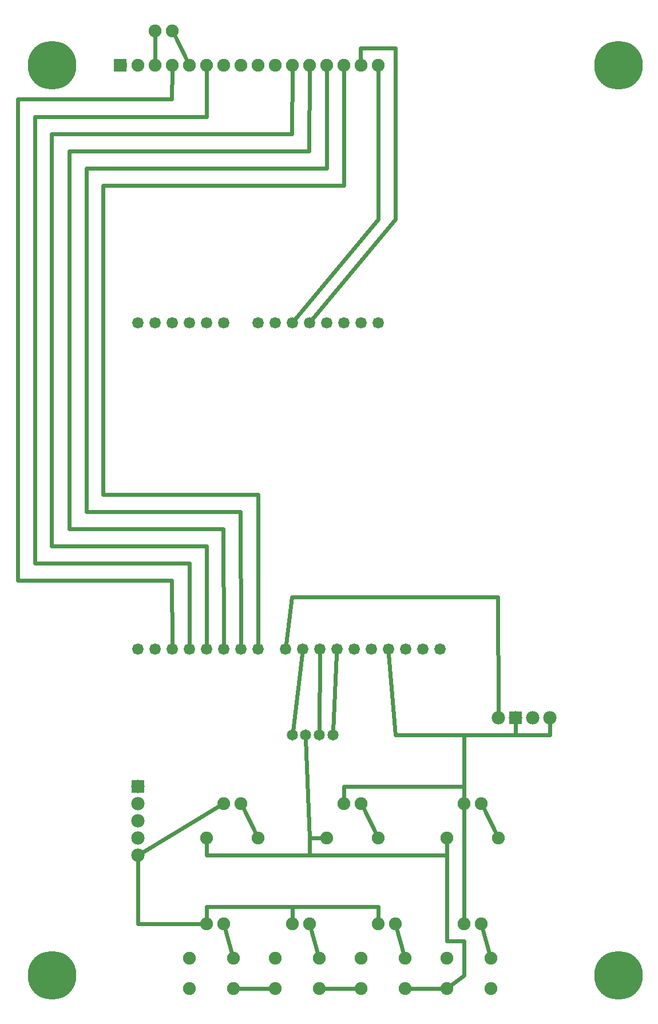
<source format=gbl>
G04 MADE WITH FRITZING*
G04 WWW.FRITZING.ORG*
G04 DOUBLE SIDED*
G04 HOLES PLATED*
G04 CONTOUR ON CENTER OF CONTOUR VECTOR*
%ASAXBY*%
%FSLAX23Y23*%
%MOIN*%
%OFA0B0*%
%SFA1.0B1.0*%
%ADD10C,0.078000*%
%ADD11C,0.283464*%
%ADD12C,0.075000*%
%ADD13C,0.066195*%
%ADD14C,0.066222*%
%ADD15C,0.065000*%
%ADD16R,0.078000X0.078000*%
%ADD17R,0.075000X0.075000*%
%ADD18C,0.024000*%
%LNCOPPER0*%
G90*
G70*
G54D10*
X814Y1382D03*
X814Y1282D03*
X814Y1182D03*
X814Y1082D03*
X814Y982D03*
X3214Y1782D03*
X3114Y1782D03*
X3014Y1782D03*
X2914Y1782D03*
G54D11*
X3614Y5582D03*
X314Y5582D03*
X314Y282D03*
X3614Y282D03*
G54D10*
X3014Y1782D03*
X2914Y1782D03*
G54D12*
X2614Y382D03*
X2870Y382D03*
X2614Y205D03*
X2870Y205D03*
G54D10*
X814Y1382D03*
X814Y1182D03*
X814Y982D03*
G54D13*
X1214Y4082D03*
X1114Y4082D03*
X1014Y4082D03*
X914Y4082D03*
X814Y4082D03*
G54D14*
X1674Y2182D03*
X1774Y2182D03*
X1874Y2182D03*
X1974Y2182D03*
X2074Y2182D03*
X2174Y2182D03*
X2274Y2182D03*
X2374Y2182D03*
X2474Y2182D03*
X2574Y2182D03*
X814Y2182D03*
X914Y2182D03*
X1014Y2182D03*
X1114Y2182D03*
X1214Y2182D03*
X1314Y2182D03*
X1414Y2182D03*
X1514Y2182D03*
G54D13*
X2114Y4082D03*
X2214Y4082D03*
X2014Y4082D03*
X1914Y4082D03*
X1814Y4082D03*
X1714Y4082D03*
X1614Y4082D03*
X1514Y4082D03*
X1314Y4082D03*
G54D12*
X1314Y1282D03*
X1414Y1282D03*
X2714Y582D03*
X2814Y582D03*
X2214Y582D03*
X2314Y582D03*
X1214Y582D03*
X1314Y582D03*
X2014Y1282D03*
X2114Y1282D03*
X1214Y1082D03*
X1514Y1082D03*
X1914Y1082D03*
X2214Y1082D03*
X2614Y1082D03*
X2914Y1082D03*
X2114Y382D03*
X2370Y382D03*
X2114Y205D03*
X2370Y205D03*
X1114Y382D03*
X1370Y382D03*
X1114Y205D03*
X1370Y205D03*
X714Y5582D03*
X814Y5582D03*
X914Y5582D03*
X1014Y5582D03*
X1114Y5582D03*
X1214Y5582D03*
X1314Y5582D03*
X1414Y5582D03*
X1514Y5582D03*
X1614Y5582D03*
X1714Y5582D03*
X1814Y5582D03*
X1914Y5582D03*
X2014Y5582D03*
X2114Y5582D03*
X2214Y5582D03*
G54D15*
X1714Y1682D03*
X1793Y1682D03*
X1871Y1682D03*
X1950Y1682D03*
G54D12*
X914Y5782D03*
X1014Y5782D03*
X2714Y1282D03*
X2814Y1282D03*
X1714Y582D03*
X1814Y582D03*
X1614Y382D03*
X1870Y382D03*
X1614Y205D03*
X1870Y205D03*
G54D16*
X3014Y1782D03*
X814Y1382D03*
G54D17*
X713Y5583D03*
G54D18*
X1215Y2783D02*
X1214Y2212D01*
D02*
X313Y2783D02*
X1215Y2783D01*
D02*
X1714Y5554D02*
X1712Y5181D01*
D02*
X1114Y2682D02*
X1114Y2212D01*
D02*
X216Y2682D02*
X1114Y2682D01*
D02*
X216Y5282D02*
X216Y2682D01*
D02*
X115Y2581D02*
X1012Y2581D01*
D02*
X115Y5384D02*
X115Y2581D01*
D02*
X1012Y5384D02*
X115Y5384D01*
D02*
X1014Y5554D02*
X1012Y5384D01*
D02*
X1214Y5554D02*
X1215Y5282D01*
D02*
X2112Y5683D02*
X2113Y5611D01*
D02*
X2315Y5683D02*
X2112Y5683D01*
D02*
X1833Y4105D02*
X2315Y4684D01*
D02*
X2214Y4684D02*
X1733Y4105D01*
D02*
X2214Y5554D02*
X2214Y4684D01*
D02*
X1101Y5608D02*
X1027Y5757D01*
D02*
X1712Y5181D02*
X313Y5181D01*
D02*
X1215Y5282D02*
X216Y5282D01*
D02*
X1012Y2581D02*
X1014Y2212D01*
D02*
X2315Y4684D02*
X2315Y5683D01*
D02*
X914Y5754D02*
X914Y5611D01*
D02*
X313Y5181D02*
X313Y2783D01*
D02*
X1312Y2880D02*
X414Y2880D01*
D02*
X414Y2880D02*
X414Y5080D01*
D02*
X1813Y5080D02*
X1814Y5554D01*
D02*
X414Y5080D02*
X1813Y5080D01*
D02*
X1314Y2212D02*
X1312Y2880D01*
D02*
X1413Y2981D02*
X1414Y2212D01*
D02*
X515Y2981D02*
X1413Y2981D01*
D02*
X1914Y5554D02*
X1914Y4983D01*
D02*
X1914Y4983D02*
X515Y4983D01*
D02*
X515Y4983D02*
X515Y2981D01*
D02*
X1514Y3082D02*
X1514Y2212D01*
D02*
X612Y3082D02*
X1514Y3082D01*
D02*
X2014Y5554D02*
X2016Y4882D01*
D02*
X2016Y4882D02*
X612Y4882D01*
D02*
X612Y4882D02*
X612Y3082D01*
D02*
X1585Y205D02*
X1398Y205D01*
D02*
X2085Y205D02*
X1898Y205D01*
D02*
X2585Y205D02*
X2398Y205D01*
D02*
X1321Y555D02*
X1362Y410D01*
D02*
X1821Y555D02*
X1862Y410D01*
D02*
X2362Y410D02*
X2321Y555D01*
D02*
X2862Y410D02*
X2821Y555D01*
D02*
X1185Y582D02*
X814Y582D01*
D02*
X814Y582D02*
X814Y952D01*
D02*
X1717Y1706D02*
X1770Y2152D01*
D02*
X1871Y1706D02*
X1874Y2152D01*
D02*
X1951Y1706D02*
X1972Y2152D01*
D02*
X1712Y2484D02*
X1678Y2212D01*
D02*
X2913Y2484D02*
X1712Y2484D01*
D02*
X2914Y1812D02*
X2913Y2484D01*
D02*
X2276Y2152D02*
X2315Y1683D01*
D02*
X3014Y1683D02*
X3014Y1752D01*
D02*
X2315Y1683D02*
X3014Y1683D01*
D02*
X2827Y1257D02*
X2901Y1108D01*
D02*
X2127Y1257D02*
X2201Y1108D01*
D02*
X1501Y1108D02*
X1427Y1257D01*
D02*
X1814Y1082D02*
X1885Y1082D01*
D02*
X1793Y1659D02*
X1814Y1082D01*
D02*
X1214Y982D02*
X1214Y1054D01*
D02*
X1814Y982D02*
X1214Y982D01*
D02*
X1814Y1082D02*
X1814Y982D01*
D02*
X1885Y1082D02*
X1814Y1082D01*
D02*
X2614Y982D02*
X2614Y1054D01*
D02*
X1814Y982D02*
X2614Y982D01*
D02*
X1885Y1082D02*
X1814Y1082D01*
D02*
X1814Y1082D02*
X1814Y982D01*
D02*
X2714Y282D02*
X2636Y222D01*
D02*
X2714Y482D02*
X2714Y282D01*
D02*
X2614Y1054D02*
X2614Y482D01*
D02*
X2614Y482D02*
X2714Y482D01*
D02*
X1714Y682D02*
X1214Y682D01*
D02*
X1714Y611D02*
X1714Y682D01*
D02*
X1214Y682D02*
X1214Y611D01*
D02*
X2214Y611D02*
X2214Y682D01*
D02*
X2214Y682D02*
X1714Y682D01*
D02*
X1714Y682D02*
X1714Y611D01*
D02*
X2714Y1254D02*
X2714Y611D01*
D02*
X3014Y1682D02*
X3014Y1752D01*
D02*
X2714Y1682D02*
X3014Y1682D01*
D02*
X2714Y1311D02*
X2714Y1682D01*
D02*
X2714Y1382D02*
X2014Y1382D01*
D02*
X2714Y1311D02*
X2714Y1382D01*
D02*
X2014Y1382D02*
X2014Y1311D01*
D02*
X840Y998D02*
X1289Y1267D01*
D02*
X3014Y1682D02*
X3214Y1682D01*
D02*
X3214Y1682D02*
X3214Y1752D01*
D02*
X3014Y1752D02*
X3014Y1682D01*
G04 End of Copper0*
M02*
</source>
